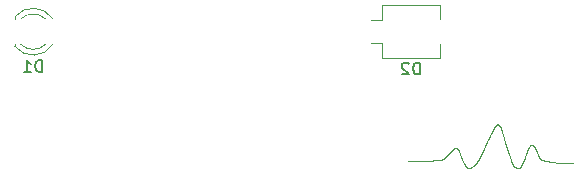
<source format=gbr>
%TF.GenerationSoftware,KiCad,Pcbnew,9.0.1*%
%TF.CreationDate,2025-10-23T13:46:40-06:00*%
%TF.ProjectId,lasertagpcb,6c617365-7274-4616-9770-63622e6b6963,rev?*%
%TF.SameCoordinates,Original*%
%TF.FileFunction,Legend,Bot*%
%TF.FilePolarity,Positive*%
%FSLAX46Y46*%
G04 Gerber Fmt 4.6, Leading zero omitted, Abs format (unit mm)*
G04 Created by KiCad (PCBNEW 9.0.1) date 2025-10-23 13:46:40*
%MOMM*%
%LPD*%
G01*
G04 APERTURE LIST*
%ADD10C,0.100000*%
%ADD11C,0.150000*%
%ADD12C,0.120000*%
G04 APERTURE END LIST*
D10*
X160970000Y-81250000D02*
X160973141Y-81243467D01*
X160976286Y-81236974D01*
X160979398Y-81230594D01*
X160982514Y-81224254D01*
X160985597Y-81218025D01*
X160988683Y-81211835D01*
X160991737Y-81205755D01*
X160994794Y-81199713D01*
X160997819Y-81193779D01*
X161000848Y-81187883D01*
X161003845Y-81182092D01*
X161006844Y-81176340D01*
X161009813Y-81170690D01*
X161012785Y-81165079D01*
X161015726Y-81159568D01*
X161018669Y-81154096D01*
X161021582Y-81148722D01*
X161024498Y-81143385D01*
X161027384Y-81138146D01*
X161030272Y-81132944D01*
X161033130Y-81127836D01*
X161035991Y-81122766D01*
X161038822Y-81117789D01*
X161041656Y-81112848D01*
X161044461Y-81107998D01*
X161047268Y-81103185D01*
X161050046Y-81098461D01*
X161052826Y-81093773D01*
X161055578Y-81089173D01*
X161058332Y-81084608D01*
X161061058Y-81080129D01*
X161063785Y-81075685D01*
X161066485Y-81071325D01*
X161069187Y-81067000D01*
X161071861Y-81062757D01*
X161074537Y-81058549D01*
X161077186Y-81054421D01*
X161079836Y-81050328D01*
X161082460Y-81046313D01*
X161085085Y-81042333D01*
X161087684Y-81038429D01*
X161090284Y-81034560D01*
X161092858Y-81030765D01*
X161095434Y-81027004D01*
X161097983Y-81023317D01*
X161100534Y-81019663D01*
X161103059Y-81016081D01*
X161105585Y-81012532D01*
X161108086Y-81009053D01*
X161110589Y-81005607D01*
X161113066Y-81002230D01*
X161115545Y-80998885D01*
X161117998Y-80995607D01*
X161120453Y-80992361D01*
X161122884Y-80989181D01*
X161125315Y-80986032D01*
X161127722Y-80982948D01*
X161130131Y-80979895D01*
X161132515Y-80976905D01*
X161134900Y-80973946D01*
X161137262Y-80971048D01*
X161139625Y-80968181D01*
X161141964Y-80965374D01*
X161144304Y-80962597D01*
X161146621Y-80959878D01*
X161148940Y-80957190D01*
X161151235Y-80954558D01*
X161153531Y-80951957D01*
X161155805Y-80949411D01*
X161158079Y-80946894D01*
X161160331Y-80944432D01*
X161162585Y-80941999D01*
X161164816Y-80939619D01*
X161167048Y-80937267D01*
X161169258Y-80934968D01*
X161171469Y-80932697D01*
X161173659Y-80930476D01*
X161175849Y-80928283D01*
X161178019Y-80926140D01*
X161180189Y-80924024D01*
X161182338Y-80921957D01*
X161184488Y-80919917D01*
X161186618Y-80917924D01*
X161188748Y-80915958D01*
X161190858Y-80914037D01*
X161192969Y-80912143D01*
X161195060Y-80910294D01*
X161197152Y-80908472D01*
X161199224Y-80906692D01*
X161201297Y-80904939D01*
X161203350Y-80903229D01*
X161205405Y-80901544D01*
X161207440Y-80899900D01*
X161209476Y-80898282D01*
X161211493Y-80896704D01*
X161213511Y-80895151D01*
X161215511Y-80893637D01*
X161217511Y-80892149D01*
X161219494Y-80890698D01*
X161221477Y-80889272D01*
X161223443Y-80887883D01*
X161225409Y-80886519D01*
X161227358Y-80885191D01*
X161229307Y-80883887D01*
X161231240Y-80882618D01*
X161233173Y-80881373D01*
X161235090Y-80880162D01*
X161237008Y-80878975D01*
X161238909Y-80877821D01*
X161240811Y-80876690D01*
X161242697Y-80875592D01*
X161244584Y-80874517D01*
X161246455Y-80873474D01*
X161248327Y-80872453D01*
X161250184Y-80871464D01*
X161252041Y-80870497D01*
X161253885Y-80869560D01*
X161255728Y-80868645D01*
X161257558Y-80867760D01*
X161259387Y-80866897D01*
X161261204Y-80866062D01*
X161263020Y-80865250D01*
X161264824Y-80864465D01*
X161266628Y-80863702D01*
X161268419Y-80862966D01*
X161270210Y-80862252D01*
X161271990Y-80861564D01*
X161273769Y-80860897D01*
X161275537Y-80860257D01*
X161277305Y-80859637D01*
X161279062Y-80859043D01*
X161280819Y-80858470D01*
X161282565Y-80857921D01*
X161284311Y-80857394D01*
X161286047Y-80856890D01*
X161287784Y-80856408D01*
X161289510Y-80855949D01*
X161291237Y-80855510D01*
X161292954Y-80855095D01*
X161294671Y-80854700D01*
X161296380Y-80854328D01*
X161298088Y-80853977D01*
X161299788Y-80853647D01*
X161301489Y-80853338D01*
X161303181Y-80853051D01*
X161304874Y-80852784D01*
X161306559Y-80852539D01*
X161308244Y-80852314D01*
X161309922Y-80852110D01*
X161311601Y-80851926D01*
X161313273Y-80851763D01*
X161314945Y-80851620D01*
X161316611Y-80851498D01*
X161318277Y-80851396D01*
X161319938Y-80851314D01*
X161321599Y-80851252D01*
X161323255Y-80851211D01*
X161324911Y-80851190D01*
X161326563Y-80851188D01*
X161328214Y-80851207D01*
X161329862Y-80851246D01*
X161331510Y-80851305D01*
X161333154Y-80851383D01*
X161334799Y-80851482D01*
X161336441Y-80851601D01*
X161338082Y-80851740D01*
X161339721Y-80851898D01*
X161341361Y-80852077D01*
X161342998Y-80852276D01*
X161344635Y-80852495D01*
X161346271Y-80852734D01*
X161347907Y-80852993D01*
X161349542Y-80853272D01*
X161351177Y-80853572D01*
X161352811Y-80853891D01*
X161354445Y-80854232D01*
X161356080Y-80854592D01*
X161357714Y-80854974D01*
X161359349Y-80855376D01*
X161360984Y-80855798D01*
X161364255Y-80856706D01*
X161367529Y-80857697D01*
X161370806Y-80858773D01*
X161374088Y-80859936D01*
X161377375Y-80861185D01*
X161380667Y-80862522D01*
X161383967Y-80863949D01*
X161387274Y-80865466D01*
X161390589Y-80867076D01*
X161393913Y-80868779D01*
X161397246Y-80870577D01*
X161400590Y-80872472D01*
X161403944Y-80874466D01*
X161407310Y-80876559D01*
X161410689Y-80878755D01*
X161414079Y-80881055D01*
X161417484Y-80883461D01*
X161420901Y-80885976D01*
X161424333Y-80888600D01*
X161427780Y-80891337D01*
X161431242Y-80894188D01*
X161434719Y-80897157D01*
X161438213Y-80900244D01*
X161441723Y-80903454D01*
X161445249Y-80906788D01*
X161448793Y-80910248D01*
X161452354Y-80913838D01*
X161455933Y-80917560D01*
X161459529Y-80921417D01*
X161463144Y-80925411D01*
X161466778Y-80929546D01*
X161470430Y-80933823D01*
X161474101Y-80938247D01*
X161477791Y-80942819D01*
X161481501Y-80947544D01*
X161485229Y-80952423D01*
X161488978Y-80957461D01*
X161492746Y-80962659D01*
X161496534Y-80968022D01*
X161500342Y-80973553D01*
X161504169Y-80979254D01*
X161508017Y-80985130D01*
X161511885Y-80991183D01*
X161515773Y-80997416D01*
X161519681Y-81003835D01*
X161523609Y-81010440D01*
X161527558Y-81017237D01*
X161531526Y-81024229D01*
X161535515Y-81031420D01*
X161539523Y-81038812D01*
X161543552Y-81046410D01*
X161547601Y-81054217D01*
X161551669Y-81062237D01*
X161555758Y-81070475D01*
X161559866Y-81078933D01*
X161563994Y-81087615D01*
X161568141Y-81096526D01*
X161572308Y-81105670D01*
X161576494Y-81115049D01*
X161580699Y-81124669D01*
X161584923Y-81134534D01*
X161589167Y-81144647D01*
X161593429Y-81155012D01*
X161597709Y-81165634D01*
X161602008Y-81176517D01*
X161606326Y-81187666D01*
X161610661Y-81199083D01*
X161615014Y-81210774D01*
X161619385Y-81222744D01*
X161623773Y-81234995D01*
X161628179Y-81247533D01*
X161632602Y-81260363D01*
X161637041Y-81273488D01*
X161641498Y-81286913D01*
X161645970Y-81300643D01*
X161650459Y-81314683D01*
X161654964Y-81329036D01*
X161659484Y-81343707D01*
X161664020Y-81358702D01*
X161668571Y-81374024D01*
X161673137Y-81389679D01*
X161677717Y-81405672D01*
X161682312Y-81422007D01*
X161686921Y-81438688D01*
X161690000Y-81450000D01*
X162810000Y-84480000D02*
X162813468Y-84482069D01*
X162816926Y-84484109D01*
X162820345Y-84486102D01*
X162823753Y-84488066D01*
X162827125Y-84489986D01*
X162830486Y-84491877D01*
X162833811Y-84493724D01*
X162837126Y-84495543D01*
X162840406Y-84497319D01*
X162843676Y-84499068D01*
X162846912Y-84500776D01*
X162850138Y-84502455D01*
X162853331Y-84504095D01*
X162856515Y-84505708D01*
X162859667Y-84507282D01*
X162862810Y-84508829D01*
X162865921Y-84510338D01*
X162869024Y-84511820D01*
X162872096Y-84513266D01*
X162875159Y-84514686D01*
X162878193Y-84516070D01*
X162881218Y-84517427D01*
X162884215Y-84518750D01*
X162887204Y-84520048D01*
X162890164Y-84521311D01*
X162893117Y-84522550D01*
X162896042Y-84523755D01*
X162898960Y-84524935D01*
X162901851Y-84526083D01*
X162904735Y-84527207D01*
X162907593Y-84528298D01*
X162910444Y-84529366D01*
X162913270Y-84530403D01*
X162916089Y-84531416D01*
X162918883Y-84532399D01*
X162921671Y-84533358D01*
X162924435Y-84534288D01*
X162927192Y-84535195D01*
X162929927Y-84536073D01*
X162932655Y-84536928D01*
X162935361Y-84537755D01*
X162938061Y-84538559D01*
X162940739Y-84539335D01*
X162943411Y-84540089D01*
X162946062Y-84540817D01*
X162948707Y-84541522D01*
X162951332Y-84542201D01*
X162953951Y-84542857D01*
X162956551Y-84543488D01*
X162959145Y-84544097D01*
X162961720Y-84544682D01*
X162964290Y-84545244D01*
X162966841Y-84545782D01*
X162969387Y-84546298D01*
X162971916Y-84546790D01*
X162974439Y-84547261D01*
X162976945Y-84547708D01*
X162979446Y-84548134D01*
X162981931Y-84548537D01*
X162984411Y-84548919D01*
X162986875Y-84549278D01*
X162989334Y-84549616D01*
X162991778Y-84549932D01*
X162994218Y-84550227D01*
X162996642Y-84550500D01*
X162999062Y-84550752D01*
X163001469Y-84550983D01*
X163003870Y-84551193D01*
X163006259Y-84551382D01*
X163008643Y-84551551D01*
X163011014Y-84551698D01*
X163013381Y-84551826D01*
X163015736Y-84551932D01*
X163018086Y-84552019D01*
X163020425Y-84552085D01*
X163022760Y-84552130D01*
X163025084Y-84552156D01*
X163027404Y-84552161D01*
X163029713Y-84552147D01*
X163032019Y-84552112D01*
X163034314Y-84552058D01*
X163036606Y-84551983D01*
X163038889Y-84551889D01*
X163041167Y-84551775D01*
X163043437Y-84551641D01*
X163045703Y-84551488D01*
X163047961Y-84551315D01*
X163050216Y-84551122D01*
X163052462Y-84550910D01*
X163054705Y-84550678D01*
X163056942Y-84550427D01*
X163059174Y-84550156D01*
X163061400Y-84549866D01*
X163063623Y-84549555D01*
X163065840Y-84549226D01*
X163068053Y-84548877D01*
X163070261Y-84548508D01*
X163072465Y-84548120D01*
X163074665Y-84547712D01*
X163076861Y-84547284D01*
X163079053Y-84546837D01*
X163081241Y-84546371D01*
X163085608Y-84545378D01*
X163089961Y-84544306D01*
X163094303Y-84543155D01*
X163098634Y-84541924D01*
X163102955Y-84540612D01*
X163107267Y-84539219D01*
X163111573Y-84537745D01*
X163115871Y-84536188D01*
X163120164Y-84534548D01*
X163124453Y-84532824D01*
X163128739Y-84531015D01*
X163133022Y-84529120D01*
X163137304Y-84527138D01*
X163141585Y-84525067D01*
X163145868Y-84522908D01*
X163150151Y-84520658D01*
X163154437Y-84518316D01*
X163158727Y-84515882D01*
X163163021Y-84513352D01*
X163167321Y-84510726D01*
X163171627Y-84508003D01*
X163175940Y-84505180D01*
X163180260Y-84502256D01*
X163184590Y-84499229D01*
X163188930Y-84496098D01*
X163193281Y-84492860D01*
X163197643Y-84489513D01*
X163202018Y-84486056D01*
X163206406Y-84482486D01*
X163210808Y-84478802D01*
X163215226Y-84474999D01*
X163219659Y-84471078D01*
X163224110Y-84467034D01*
X163228578Y-84462866D01*
X163233065Y-84458571D01*
X163237571Y-84454146D01*
X163242098Y-84449589D01*
X163246646Y-84444897D01*
X163251216Y-84440066D01*
X163255809Y-84435095D01*
X163260427Y-84429979D01*
X163265069Y-84424716D01*
X163269737Y-84419302D01*
X163274433Y-84413734D01*
X163279156Y-84408009D01*
X163283908Y-84402122D01*
X163288690Y-84396071D01*
X163293503Y-84389852D01*
X163298348Y-84383460D01*
X163303226Y-84376892D01*
X163308138Y-84370143D01*
X163313085Y-84363209D01*
X163318069Y-84356087D01*
X163323091Y-84348770D01*
X163328152Y-84341255D01*
X163333253Y-84333536D01*
X163338396Y-84325609D01*
X163343582Y-84317469D01*
X163348812Y-84309109D01*
X163354088Y-84300525D01*
X163359411Y-84291711D01*
X163364784Y-84282661D01*
X163370207Y-84273368D01*
X163375682Y-84263827D01*
X163381212Y-84254030D01*
X163386797Y-84243971D01*
X163392441Y-84233643D01*
X163398144Y-84223038D01*
X163403909Y-84212149D01*
X163409739Y-84200966D01*
X163415635Y-84189483D01*
X163421600Y-84177690D01*
X163427636Y-84165579D01*
X163433747Y-84153139D01*
X163439934Y-84140360D01*
X163446202Y-84127233D01*
X163452552Y-84113746D01*
X163458989Y-84099888D01*
X163465515Y-84085646D01*
X163472135Y-84071008D01*
X163478852Y-84055961D01*
X163485671Y-84040491D01*
X163492595Y-84024581D01*
X163499630Y-84008218D01*
X163506780Y-83991384D01*
X163514050Y-83974061D01*
X163521447Y-83956231D01*
X163528976Y-83937873D01*
X163536643Y-83918966D01*
X163544457Y-83899488D01*
X163552423Y-83879412D01*
X163560550Y-83858714D01*
X163568847Y-83837365D01*
X163577324Y-83815333D01*
X163585990Y-83792587D01*
X163594857Y-83769088D01*
X163603937Y-83744798D01*
X163613244Y-83719674D01*
X163622792Y-83693668D01*
X163632598Y-83666728D01*
X163642681Y-83638795D01*
X163653061Y-83609804D01*
X163663761Y-83579682D01*
X163674808Y-83548347D01*
X163686230Y-83515704D01*
X163698064Y-83481648D01*
X163710348Y-83446052D01*
X163723129Y-83408772D01*
X163736463Y-83369634D01*
X163750417Y-83328432D01*
X163760000Y-83300000D01*
X156750000Y-83780000D02*
X156761239Y-83771192D01*
X156772501Y-83762265D01*
X156783790Y-83753215D01*
X156795106Y-83744041D01*
X156806451Y-83734741D01*
X156817828Y-83725312D01*
X156829239Y-83715753D01*
X156840685Y-83706059D01*
X156852170Y-83696229D01*
X156863696Y-83686259D01*
X156875266Y-83676146D01*
X156886883Y-83665886D01*
X156898550Y-83655476D01*
X156910271Y-83644911D01*
X156922050Y-83634188D01*
X156933890Y-83623300D01*
X156945798Y-83612244D01*
X156957778Y-83601012D01*
X156969835Y-83589598D01*
X156981977Y-83577997D01*
X156994209Y-83566198D01*
X157006540Y-83554195D01*
X157018978Y-83541976D01*
X157031535Y-83529530D01*
X157044220Y-83516846D01*
X157057047Y-83503908D01*
X157070030Y-83490700D01*
X157083188Y-83477202D01*
X157096540Y-83463391D01*
X157110112Y-83449241D01*
X157123932Y-83434718D01*
X157138036Y-83419783D01*
X157152468Y-83404386D01*
X157167287Y-83388462D01*
X157182565Y-83371930D01*
X157198403Y-83354678D01*
X157214941Y-83336549D01*
X157232388Y-83317310D01*
X157251080Y-83296585D01*
X157271621Y-83273697D01*
X157295343Y-83247159D01*
X157322965Y-83216176D01*
X157339966Y-83197103D01*
X157356734Y-83178313D01*
X157373275Y-83159824D01*
X157389592Y-83141655D01*
X157405692Y-83123823D01*
X157413661Y-83115039D01*
X157421577Y-83106347D01*
X157429440Y-83097748D01*
X157437252Y-83089245D01*
X157445013Y-83080840D01*
X157452723Y-83072535D01*
X157460383Y-83064332D01*
X157467993Y-83056235D01*
X157475554Y-83048244D01*
X157483067Y-83040363D01*
X157490531Y-83032593D01*
X157497949Y-83024937D01*
X157505319Y-83017396D01*
X157512644Y-83009975D01*
X157519922Y-83002673D01*
X157527156Y-82995495D01*
X157534345Y-82988442D01*
X157541490Y-82981516D01*
X157548592Y-82974719D01*
X157555651Y-82968055D01*
X157562667Y-82961525D01*
X157569642Y-82955131D01*
X157576575Y-82948875D01*
X157583468Y-82942761D01*
X157586900Y-82939757D01*
X157590321Y-82936790D01*
X157593733Y-82933858D01*
X157597134Y-82930964D01*
X157600526Y-82928106D01*
X157603909Y-82925285D01*
X157607281Y-82922502D01*
X157610645Y-82919757D01*
X157613998Y-82917050D01*
X157617343Y-82914381D01*
X157620678Y-82911751D01*
X157624004Y-82909160D01*
X157627320Y-82906607D01*
X157630628Y-82904095D01*
X157633926Y-82901622D01*
X157637216Y-82899189D01*
X157640496Y-82896796D01*
X157643768Y-82894444D01*
X157647031Y-82892133D01*
X157650286Y-82889863D01*
X157653531Y-82887635D01*
X157656768Y-82885448D01*
X157659997Y-82883303D01*
X157663217Y-82881200D01*
X157666429Y-82879141D01*
X157669633Y-82877123D01*
X157672829Y-82875149D01*
X157676016Y-82873219D01*
X157679195Y-82871332D01*
X157682367Y-82869489D01*
X157685530Y-82867691D01*
X157688686Y-82865936D01*
X157691833Y-82864227D01*
X157694973Y-82862563D01*
X157698106Y-82860944D01*
X157701231Y-82859371D01*
X157704348Y-82857844D01*
X157707458Y-82856363D01*
X157710561Y-82854929D01*
X157713656Y-82853542D01*
X157716744Y-82852201D01*
X157719825Y-82850908D01*
X157722899Y-82849663D01*
X157725966Y-82848465D01*
X157729026Y-82847316D01*
X157732079Y-82846215D01*
X157735125Y-82845163D01*
X157738164Y-82844160D01*
X157741197Y-82843207D01*
X157744224Y-82842303D01*
X157747243Y-82841449D01*
X157750257Y-82840645D01*
X157753264Y-82839892D01*
X157756264Y-82839189D01*
X157759259Y-82838538D01*
X157762247Y-82837937D01*
X157765229Y-82837389D01*
X157768205Y-82836892D01*
X157771175Y-82836448D01*
X157774139Y-82836056D01*
X157777098Y-82835716D01*
X157780050Y-82835430D01*
X157782997Y-82835197D01*
X157785939Y-82835018D01*
X157788875Y-82834892D01*
X157791805Y-82834821D01*
X157794730Y-82834804D01*
X157797650Y-82834841D01*
X157800564Y-82834934D01*
X157803473Y-82835082D01*
X157806378Y-82835286D01*
X157809277Y-82835545D01*
X157812171Y-82835861D01*
X157815060Y-82836233D01*
X157817944Y-82836661D01*
X157820824Y-82837147D01*
X157823699Y-82837690D01*
X157826569Y-82838290D01*
X157829435Y-82838949D01*
X157832296Y-82839665D01*
X157835153Y-82840440D01*
X157838005Y-82841273D01*
X157840853Y-82842166D01*
X157843697Y-82843117D01*
X157846537Y-82844128D01*
X157849373Y-82845199D01*
X157852204Y-82846330D01*
X157855032Y-82847522D01*
X157857856Y-82848774D01*
X157860676Y-82850087D01*
X157863493Y-82851461D01*
X157866306Y-82852896D01*
X157869115Y-82854394D01*
X157871921Y-82855953D01*
X157874723Y-82857575D01*
X157877522Y-82859260D01*
X157880317Y-82861007D01*
X157883110Y-82862818D01*
X157885899Y-82864692D01*
X157888685Y-82866629D01*
X157891468Y-82868631D01*
X157894249Y-82870697D01*
X157897026Y-82872828D01*
X157899800Y-82875024D01*
X157902572Y-82877284D01*
X157905341Y-82879611D01*
X157908108Y-82882003D01*
X157910872Y-82884461D01*
X157913633Y-82886985D01*
X157916392Y-82889576D01*
X157919149Y-82892234D01*
X157921904Y-82894958D01*
X157924656Y-82897751D01*
X157927406Y-82900611D01*
X157930155Y-82903539D01*
X157932901Y-82906535D01*
X157935645Y-82909600D01*
X157938388Y-82912733D01*
X157941129Y-82915936D01*
X157943868Y-82919208D01*
X157946605Y-82922550D01*
X157949341Y-82925962D01*
X157952076Y-82929444D01*
X157954809Y-82932997D01*
X157957540Y-82936620D01*
X157960271Y-82940315D01*
X157963000Y-82944081D01*
X157965728Y-82947918D01*
X157968455Y-82951828D01*
X157971181Y-82955810D01*
X157973906Y-82959864D01*
X157976631Y-82963991D01*
X157979354Y-82968191D01*
X157982077Y-82972465D01*
X157984799Y-82976812D01*
X157987521Y-82981233D01*
X157990242Y-82985728D01*
X157992963Y-82990298D01*
X157995683Y-82994942D01*
X157998403Y-82999662D01*
X158001123Y-83004457D01*
X158003843Y-83009327D01*
X158006562Y-83014274D01*
X158009282Y-83019296D01*
X158012002Y-83024396D01*
X158014721Y-83029571D01*
X158017441Y-83034824D01*
X158020162Y-83040154D01*
X158022882Y-83045562D01*
X158025603Y-83051048D01*
X158028325Y-83056612D01*
X158031047Y-83062254D01*
X158033770Y-83067975D01*
X158036493Y-83073775D01*
X158039217Y-83079654D01*
X158041942Y-83085613D01*
X158044668Y-83091652D01*
X158047395Y-83097770D01*
X158050123Y-83103970D01*
X158052852Y-83110250D01*
X158055582Y-83116611D01*
X158058313Y-83123053D01*
X158061046Y-83129576D01*
X158063780Y-83136182D01*
X158066516Y-83142870D01*
X158069253Y-83149640D01*
X158071992Y-83156493D01*
X158074732Y-83163428D01*
X158077474Y-83170447D01*
X158080218Y-83177550D01*
X158082964Y-83184736D01*
X158085712Y-83192007D01*
X158088462Y-83199361D01*
X158091214Y-83206801D01*
X158093968Y-83214325D01*
X158096724Y-83221935D01*
X158099483Y-83229630D01*
X158102244Y-83237411D01*
X158105007Y-83245278D01*
X158107773Y-83253231D01*
X158110542Y-83261271D01*
X158113313Y-83269398D01*
X158116087Y-83277612D01*
X158118864Y-83285913D01*
X158121643Y-83294303D01*
X158124426Y-83302780D01*
X158127211Y-83311346D01*
X158130000Y-83320000D01*
X162220000Y-83200000D02*
X162224793Y-83211505D01*
X162229524Y-83222910D01*
X162238841Y-83245529D01*
X162247955Y-83267863D01*
X162256870Y-83289916D01*
X162265588Y-83311694D01*
X162274113Y-83333203D01*
X162282449Y-83354449D01*
X162290599Y-83375438D01*
X162298568Y-83396176D01*
X162306357Y-83416669D01*
X162313973Y-83436926D01*
X162321418Y-83456954D01*
X162328696Y-83476759D01*
X162335812Y-83496351D01*
X162342770Y-83515739D01*
X162349575Y-83534932D01*
X162356230Y-83553941D01*
X162362742Y-83572777D01*
X162369116Y-83591452D01*
X162375356Y-83609982D01*
X162381470Y-83628382D01*
X162387465Y-83646670D01*
X162393347Y-83664866D01*
X162399124Y-83682994D01*
X162404808Y-83701084D01*
X162410409Y-83719170D01*
X162415939Y-83737294D01*
X162421417Y-83755510D01*
X162426863Y-83773886D01*
X162432303Y-83792517D01*
X162437776Y-83811533D01*
X162443336Y-83831130D01*
X162449073Y-83851621D01*
X162455144Y-83873581D01*
X162461902Y-83898293D01*
X162469113Y-83924845D01*
X162474932Y-83946279D01*
X162480567Y-83966904D01*
X162483330Y-83976930D01*
X162486066Y-83986775D01*
X162488781Y-83996445D01*
X162491481Y-84005946D01*
X162494172Y-84015286D01*
X162496860Y-84024472D01*
X162499551Y-84033510D01*
X162502253Y-84042407D01*
X162504970Y-84051170D01*
X162507709Y-84059806D01*
X162510477Y-84068322D01*
X162513279Y-84076724D01*
X162516122Y-84085019D01*
X162519012Y-84093214D01*
X162520477Y-84097277D01*
X162521955Y-84101316D01*
X162523449Y-84105335D01*
X162524958Y-84109332D01*
X162526483Y-84113310D01*
X162528026Y-84117268D01*
X162529586Y-84121209D01*
X162531165Y-84125132D01*
X162532764Y-84129039D01*
X162534383Y-84132930D01*
X162536023Y-84136806D01*
X162537685Y-84140668D01*
X162539369Y-84144517D01*
X162541077Y-84148354D01*
X162542809Y-84152180D01*
X162544566Y-84155995D01*
X162546348Y-84159801D01*
X162548157Y-84163598D01*
X162549994Y-84167386D01*
X162551858Y-84171168D01*
X162553751Y-84174943D01*
X162555674Y-84178713D01*
X162557627Y-84182479D01*
X162559611Y-84186241D01*
X162561627Y-84190000D01*
X162563676Y-84193756D01*
X162565758Y-84197512D01*
X162567874Y-84201268D01*
X162570026Y-84205024D01*
X162572213Y-84208781D01*
X162574436Y-84212541D01*
X162576697Y-84216304D01*
X162578997Y-84220071D01*
X162581335Y-84223842D01*
X162583712Y-84227620D01*
X162586130Y-84231404D01*
X162588590Y-84235195D01*
X162591091Y-84238994D01*
X162593635Y-84242803D01*
X162596223Y-84246621D01*
X162598854Y-84250451D01*
X162601531Y-84254292D01*
X162604254Y-84258145D01*
X162607024Y-84262012D01*
X162609841Y-84265893D01*
X162612706Y-84269789D01*
X162615620Y-84273700D01*
X162618583Y-84277629D01*
X162621598Y-84281575D01*
X162624663Y-84285540D01*
X162627781Y-84289524D01*
X162630951Y-84293528D01*
X162634175Y-84297553D01*
X162637454Y-84301600D01*
X162640787Y-84305670D01*
X162644177Y-84309763D01*
X162647623Y-84313881D01*
X162651127Y-84318024D01*
X162654689Y-84322193D01*
X162658310Y-84326389D01*
X162661991Y-84330613D01*
X162665733Y-84334865D01*
X162669535Y-84339147D01*
X162673400Y-84343460D01*
X162677328Y-84347804D01*
X162681320Y-84352179D01*
X162685376Y-84356588D01*
X162689497Y-84361031D01*
X162693685Y-84365508D01*
X162697939Y-84370020D01*
X162702261Y-84374569D01*
X162706651Y-84379155D01*
X162711110Y-84383779D01*
X162715639Y-84388443D01*
X162720239Y-84393145D01*
X162724910Y-84397889D01*
X162729654Y-84402674D01*
X162734470Y-84407501D01*
X162739360Y-84412371D01*
X162744325Y-84417285D01*
X162749365Y-84422245D01*
X162754481Y-84427250D01*
X162759674Y-84432301D01*
X162764945Y-84437400D01*
X162775723Y-84447743D01*
X162786820Y-84458287D01*
X162798244Y-84469037D01*
X162810000Y-84480000D01*
X159020000Y-84540000D02*
X159031421Y-84532958D01*
X159042968Y-84525801D01*
X159051001Y-84520794D01*
X159059094Y-84515721D01*
X159066102Y-84511304D01*
X159073154Y-84506832D01*
X159079580Y-84502732D01*
X159086042Y-84498584D01*
X159092077Y-84494685D01*
X159098143Y-84490741D01*
X159103891Y-84486978D01*
X159109666Y-84483173D01*
X159115193Y-84479506D01*
X159120745Y-84475798D01*
X159126094Y-84472201D01*
X159131467Y-84468563D01*
X159136670Y-84465014D01*
X159141896Y-84461426D01*
X159146978Y-84457912D01*
X159152080Y-84454358D01*
X159157058Y-84450866D01*
X159162055Y-84447335D01*
X159166944Y-84443856D01*
X159171851Y-84440339D01*
X159176663Y-84436866D01*
X159181492Y-84433354D01*
X159186236Y-84429880D01*
X159190996Y-84426368D01*
X159195680Y-84422887D01*
X159200380Y-84419369D01*
X159205011Y-84415877D01*
X159209657Y-84412348D01*
X159214242Y-84408841D01*
X159218840Y-84405296D01*
X159223383Y-84401771D01*
X159227939Y-84398208D01*
X159232444Y-84394660D01*
X159236962Y-84391075D01*
X159241433Y-84387502D01*
X159245918Y-84383893D01*
X159250359Y-84380292D01*
X159254813Y-84376655D01*
X159259226Y-84373025D01*
X159263653Y-84369358D01*
X159268042Y-84365695D01*
X159272444Y-84361996D01*
X159276812Y-84358299D01*
X159281192Y-84354565D01*
X159285540Y-84350832D01*
X159289900Y-84347062D01*
X159294230Y-84343291D01*
X159298572Y-84339482D01*
X159302887Y-84335671D01*
X159307213Y-84331823D01*
X159311514Y-84327971D01*
X159315826Y-84324081D01*
X159320114Y-84320185D01*
X159324414Y-84316253D01*
X159328691Y-84312312D01*
X159332980Y-84308335D01*
X159337248Y-84304349D01*
X159341526Y-84300325D01*
X159345786Y-84296292D01*
X159350056Y-84292221D01*
X159354308Y-84288138D01*
X159358571Y-84284018D01*
X159362818Y-84279886D01*
X159367074Y-84275716D01*
X159371315Y-84271532D01*
X159375567Y-84267311D01*
X159379804Y-84263075D01*
X159384051Y-84258800D01*
X159388285Y-84254511D01*
X159392529Y-84250182D01*
X159396761Y-84245837D01*
X159401002Y-84241454D01*
X159405232Y-84237053D01*
X159409472Y-84232613D01*
X159413701Y-84228155D01*
X159417940Y-84223658D01*
X159422169Y-84219141D01*
X159426407Y-84214585D01*
X159430637Y-84210009D01*
X159434876Y-84205393D01*
X159439107Y-84200757D01*
X159443347Y-84196080D01*
X159447579Y-84191382D01*
X159451821Y-84186643D01*
X159456056Y-84181882D01*
X159460300Y-84177081D01*
X159464538Y-84172256D01*
X159468785Y-84167390D01*
X159473027Y-84162500D01*
X159477277Y-84157569D01*
X159481522Y-84152613D01*
X159485777Y-84147616D01*
X159490026Y-84142593D01*
X159494285Y-84137528D01*
X159498540Y-84132437D01*
X159502803Y-84127304D01*
X159507063Y-84122144D01*
X159511332Y-84116941D01*
X159515598Y-84111711D01*
X159519872Y-84106438D01*
X159524144Y-84101136D01*
X159528425Y-84095791D01*
X159532703Y-84090417D01*
X159536990Y-84085000D01*
X159541276Y-84079553D01*
X159545569Y-84074062D01*
X159549862Y-84068540D01*
X159554163Y-84062975D01*
X159558464Y-84057378D01*
X159562772Y-84051737D01*
X159567081Y-84046063D01*
X159571397Y-84040345D01*
X159575714Y-84034594D01*
X159580039Y-84028799D01*
X159584364Y-84022969D01*
X159588698Y-84017095D01*
X159593032Y-84011186D01*
X159597374Y-84005231D01*
X159601717Y-83999242D01*
X159606069Y-83993206D01*
X159610422Y-83987135D01*
X159614783Y-83981018D01*
X159619145Y-83974864D01*
X159623516Y-83968664D01*
X159627888Y-83962426D01*
X159632269Y-83956142D01*
X159636652Y-83949819D01*
X159641043Y-83943450D01*
X159645436Y-83937042D01*
X159649838Y-83930586D01*
X159654242Y-83924091D01*
X159658654Y-83917549D01*
X159663069Y-83910966D01*
X159667492Y-83904335D01*
X159671918Y-83897663D01*
X159676353Y-83890942D01*
X159680790Y-83884180D01*
X159685236Y-83877370D01*
X159689685Y-83870517D01*
X159694143Y-83863614D01*
X159698604Y-83856669D01*
X159703073Y-83849674D01*
X159707546Y-83842636D01*
X159712028Y-83835548D01*
X159716513Y-83828415D01*
X159721007Y-83821232D01*
X159725505Y-83814004D01*
X159730011Y-83806725D01*
X159734521Y-83799401D01*
X159739040Y-83792025D01*
X159743563Y-83784603D01*
X159748095Y-83777130D01*
X159752631Y-83769609D01*
X159757175Y-83762037D01*
X159761725Y-83754416D01*
X159766282Y-83746744D01*
X159770845Y-83739022D01*
X159775416Y-83731249D01*
X159779992Y-83723426D01*
X159784577Y-83715549D01*
X159789167Y-83707623D01*
X159793765Y-83699644D01*
X159798369Y-83691614D01*
X159802980Y-83683529D01*
X159807598Y-83675394D01*
X159812224Y-83667204D01*
X159816856Y-83658963D01*
X159821496Y-83650666D01*
X159826142Y-83642317D01*
X159830796Y-83633912D01*
X159835456Y-83625455D01*
X159840125Y-83616941D01*
X159844800Y-83608374D01*
X159849483Y-83599750D01*
X159854173Y-83591072D01*
X159858870Y-83582337D01*
X159863575Y-83573546D01*
X159868287Y-83564699D01*
X159873007Y-83555796D01*
X159877734Y-83546835D01*
X159882469Y-83537817D01*
X159887211Y-83528741D01*
X159891961Y-83519608D01*
X159896719Y-83510416D01*
X159901484Y-83501167D01*
X159906257Y-83491858D01*
X159911037Y-83482490D01*
X159915826Y-83473064D01*
X159920622Y-83463577D01*
X159925426Y-83454031D01*
X159930237Y-83444424D01*
X159935057Y-83434758D01*
X159939885Y-83425030D01*
X159944720Y-83415241D01*
X159949563Y-83405391D01*
X159954414Y-83395479D01*
X159959274Y-83385505D01*
X159964141Y-83375470D01*
X159969016Y-83365371D01*
X159973900Y-83355210D01*
X159978791Y-83344985D01*
X159983691Y-83334698D01*
X159988599Y-83324346D01*
X159993514Y-83313931D01*
X159998439Y-83303450D01*
X160003371Y-83292907D01*
X160008312Y-83282296D01*
X160013260Y-83271622D01*
X160018218Y-83260881D01*
X160023183Y-83250076D01*
X160028157Y-83239203D01*
X160033139Y-83228265D01*
X160038130Y-83217258D01*
X160043128Y-83206187D01*
X160048136Y-83195046D01*
X160053151Y-83183839D01*
X160058176Y-83172562D01*
X160063208Y-83161219D01*
X160068250Y-83149805D01*
X160073300Y-83138325D01*
X160078358Y-83126773D01*
X160083425Y-83115154D01*
X160090000Y-83100000D01*
X164620000Y-83140000D02*
X164634637Y-83173159D01*
X164650396Y-83209045D01*
X164668299Y-83249987D01*
X164685076Y-83288448D01*
X164704312Y-83332539D01*
X164713601Y-83353775D01*
X164722686Y-83374481D01*
X164731580Y-83394664D01*
X164740296Y-83414331D01*
X164748846Y-83433492D01*
X164757243Y-83452152D01*
X164761388Y-83461297D01*
X164765500Y-83470319D01*
X164769579Y-83479221D01*
X164773628Y-83488002D01*
X164777648Y-83496663D01*
X164781641Y-83505206D01*
X164785608Y-83513632D01*
X164789551Y-83521941D01*
X164793472Y-83530134D01*
X164797371Y-83538213D01*
X164801251Y-83546177D01*
X164805113Y-83554029D01*
X164808958Y-83561769D01*
X164812789Y-83569398D01*
X164816607Y-83576917D01*
X164820412Y-83584327D01*
X164824208Y-83591629D01*
X164827996Y-83598823D01*
X164831776Y-83605911D01*
X164835551Y-83612894D01*
X164839322Y-83619772D01*
X164843091Y-83626547D01*
X164846860Y-83633219D01*
X164850629Y-83639789D01*
X164854401Y-83646259D01*
X164858177Y-83652629D01*
X164861958Y-83658901D01*
X164865747Y-83665074D01*
X164869544Y-83671151D01*
X164873351Y-83677131D01*
X164877171Y-83683017D01*
X164881004Y-83688808D01*
X164884852Y-83694506D01*
X164888716Y-83700112D01*
X164892599Y-83705626D01*
X164896501Y-83711050D01*
X164900425Y-83716385D01*
X164904371Y-83721631D01*
X164908342Y-83726789D01*
X164912339Y-83731861D01*
X164916363Y-83736847D01*
X164920417Y-83741749D01*
X164924501Y-83746566D01*
X164928618Y-83751301D01*
X164930688Y-83753637D01*
X164932768Y-83755953D01*
X164934856Y-83758249D01*
X164936954Y-83760525D01*
X164939060Y-83762781D01*
X164941176Y-83765016D01*
X164943302Y-83767232D01*
X164945437Y-83769429D01*
X164947583Y-83771606D01*
X164949739Y-83773763D01*
X164951905Y-83775901D01*
X164954081Y-83778020D01*
X164956269Y-83780119D01*
X164958468Y-83782200D01*
X164960677Y-83784262D01*
X164962898Y-83786305D01*
X164965131Y-83788330D01*
X164967376Y-83790336D01*
X164969632Y-83792323D01*
X164971901Y-83794293D01*
X164974182Y-83796244D01*
X164976476Y-83798177D01*
X164978782Y-83800093D01*
X164981101Y-83801990D01*
X164983434Y-83803870D01*
X164985780Y-83805732D01*
X164988139Y-83807577D01*
X164990512Y-83809404D01*
X164992899Y-83811214D01*
X164995301Y-83813008D01*
X164997716Y-83814784D01*
X165000146Y-83816543D01*
X165002591Y-83818286D01*
X165005051Y-83820011D01*
X165007526Y-83821721D01*
X165010016Y-83823414D01*
X165012521Y-83825091D01*
X165015043Y-83826751D01*
X165017580Y-83828396D01*
X165020133Y-83830024D01*
X165022703Y-83831637D01*
X165025289Y-83833234D01*
X165027892Y-83834815D01*
X165030512Y-83836382D01*
X165033149Y-83837932D01*
X165035803Y-83839468D01*
X165038474Y-83840988D01*
X165041163Y-83842493D01*
X165043870Y-83843984D01*
X165046596Y-83845460D01*
X165049339Y-83846921D01*
X165052101Y-83848367D01*
X165054881Y-83849799D01*
X165057680Y-83851217D01*
X165060499Y-83852621D01*
X165063336Y-83854010D01*
X165066193Y-83855386D01*
X165069070Y-83856748D01*
X165071966Y-83858096D01*
X165074883Y-83859431D01*
X165077819Y-83860752D01*
X165080777Y-83862060D01*
X165083754Y-83863354D01*
X165086753Y-83864635D01*
X165089772Y-83865904D01*
X165092813Y-83867159D01*
X165098958Y-83869632D01*
X165105191Y-83872055D01*
X165111512Y-83874428D01*
X165117924Y-83876753D01*
X165124428Y-83879031D01*
X165131024Y-83881263D01*
X165137716Y-83883449D01*
X165144505Y-83885590D01*
X165151391Y-83887688D01*
X165158377Y-83889743D01*
X165165464Y-83891757D01*
X165172654Y-83893730D01*
X165179949Y-83895662D01*
X165187349Y-83897556D01*
X165194857Y-83899412D01*
X165202474Y-83901231D01*
X165210201Y-83903014D01*
X165218041Y-83904762D01*
X165225995Y-83906475D01*
X165234063Y-83908156D01*
X165242249Y-83909803D01*
X165250553Y-83911420D01*
X165258977Y-83913006D01*
X165267523Y-83914562D01*
X165276192Y-83916090D01*
X165284986Y-83917590D01*
X165293906Y-83919063D01*
X165302953Y-83920511D01*
X165312131Y-83921934D01*
X165321439Y-83923332D01*
X165330880Y-83924708D01*
X165340455Y-83926062D01*
X165350165Y-83927394D01*
X165360013Y-83928707D01*
X165370000Y-83930000D01*
X153720000Y-83940000D02*
X153741156Y-83940716D01*
X153764591Y-83941427D01*
X153790367Y-83942128D01*
X153818519Y-83942812D01*
X153849061Y-83943473D01*
X153881978Y-83944104D01*
X153917228Y-83944699D01*
X153954741Y-83945251D01*
X153994425Y-83945753D01*
X154036162Y-83946201D01*
X154079817Y-83946587D01*
X154102341Y-83946756D01*
X154125239Y-83946908D01*
X154148572Y-83947043D01*
X154172262Y-83947160D01*
X154196320Y-83947258D01*
X154220715Y-83947337D01*
X154245410Y-83947398D01*
X154270423Y-83947439D01*
X154295667Y-83947460D01*
X154321207Y-83947461D01*
X154346913Y-83947442D01*
X154372894Y-83947403D01*
X154398977Y-83947343D01*
X154425313Y-83947263D01*
X154451691Y-83947162D01*
X154478301Y-83947040D01*
X154504897Y-83946898D01*
X154531702Y-83946734D01*
X154558442Y-83946551D01*
X154585371Y-83946346D01*
X154612188Y-83946122D01*
X154639172Y-83945877D01*
X154666002Y-83945612D01*
X154692979Y-83945326D01*
X154719764Y-83945021D01*
X154746677Y-83944695D01*
X154773363Y-83944351D01*
X154800159Y-83943986D01*
X154826699Y-83943604D01*
X154853332Y-83943200D01*
X154879681Y-83942781D01*
X154906108Y-83942339D01*
X154932228Y-83941883D01*
X154958410Y-83941406D01*
X154984265Y-83940914D01*
X155010168Y-83940401D01*
X155035729Y-83939874D01*
X155061323Y-83939327D01*
X155086560Y-83938767D01*
X155111819Y-83938186D01*
X155136709Y-83937594D01*
X155161608Y-83936981D01*
X155186129Y-83936357D01*
X155210650Y-83935713D01*
X155234784Y-83935059D01*
X155258907Y-83934385D01*
X155282639Y-83933701D01*
X155306350Y-83932998D01*
X155329665Y-83932287D01*
X155352952Y-83931556D01*
X155375839Y-83930817D01*
X155398690Y-83930059D01*
X155421140Y-83929295D01*
X155443546Y-83928511D01*
X155465551Y-83927722D01*
X155487505Y-83926914D01*
X155509059Y-83926100D01*
X155530556Y-83925269D01*
X155551653Y-83924433D01*
X155572689Y-83923578D01*
X155593327Y-83922720D01*
X155613898Y-83921845D01*
X155634074Y-83920966D01*
X155654179Y-83920069D01*
X155673892Y-83919170D01*
X155693530Y-83918255D01*
X155712779Y-83917337D01*
X155731950Y-83916403D01*
X155750737Y-83915467D01*
X155769442Y-83914515D01*
X155787767Y-83913562D01*
X155806007Y-83912593D01*
X155823873Y-83911624D01*
X155841652Y-83910640D01*
X155859061Y-83909656D01*
X155876380Y-83908656D01*
X155893336Y-83907658D01*
X155910200Y-83906644D01*
X155926706Y-83905632D01*
X155943119Y-83904605D01*
X155959179Y-83903580D01*
X155975145Y-83902541D01*
X155990765Y-83901505D01*
X156006289Y-83900454D01*
X156021472Y-83899406D01*
X156036560Y-83898345D01*
X156051312Y-83897287D01*
X156065968Y-83896215D01*
X156080296Y-83895148D01*
X156094526Y-83894067D01*
X156108435Y-83892991D01*
X156122246Y-83891902D01*
X156135741Y-83890818D01*
X156149139Y-83889721D01*
X156162227Y-83888629D01*
X156175218Y-83887525D01*
X156187906Y-83886427D01*
X156200496Y-83885317D01*
X156212790Y-83884213D01*
X156224988Y-83883097D01*
X156236894Y-83881988D01*
X156248705Y-83880867D01*
X156260231Y-83879753D01*
X156271662Y-83878628D01*
X156282815Y-83877510D01*
X156293873Y-83876381D01*
X156304660Y-83875260D01*
X156315352Y-83874128D01*
X156325780Y-83873004D01*
X156336114Y-83871870D01*
X156346189Y-83870744D01*
X156356171Y-83869608D01*
X156365901Y-83868481D01*
X156375540Y-83867344D01*
X156384932Y-83866215D01*
X156394234Y-83865077D01*
X156403295Y-83863949D01*
X156412268Y-83862811D01*
X156421005Y-83861682D01*
X156429655Y-83860545D01*
X156438077Y-83859417D01*
X156446412Y-83858281D01*
X156454524Y-83857154D01*
X156462551Y-83856019D01*
X156470361Y-83854895D01*
X156478088Y-83853762D01*
X156485603Y-83852639D01*
X156493036Y-83851509D01*
X156500263Y-83850389D01*
X156507410Y-83849262D01*
X156514357Y-83848146D01*
X156521224Y-83847022D01*
X156527897Y-83845909D01*
X156534492Y-83844789D01*
X156540899Y-83843681D01*
X156547228Y-83842565D01*
X156553375Y-83841462D01*
X156559446Y-83840351D01*
X156565340Y-83839252D01*
X156571160Y-83838147D01*
X156576807Y-83837054D01*
X156582383Y-83835954D01*
X156587791Y-83834867D01*
X156593128Y-83833774D01*
X156598304Y-83832693D01*
X156603410Y-83831606D01*
X156608359Y-83830531D01*
X156613241Y-83829451D01*
X156617971Y-83828384D01*
X156622634Y-83827311D01*
X156627151Y-83826252D01*
X156631603Y-83825186D01*
X156635912Y-83824135D01*
X156640159Y-83823077D01*
X156644268Y-83822034D01*
X156648316Y-83820985D01*
X156652231Y-83819949D01*
X156656086Y-83818909D01*
X156659812Y-83817883D01*
X156663481Y-83816851D01*
X156667025Y-83815834D01*
X156670513Y-83814812D01*
X156673881Y-83813804D01*
X156677194Y-83812791D01*
X156680392Y-83811793D01*
X156683536Y-83810790D01*
X156686570Y-83809802D01*
X156689551Y-83808809D01*
X156692425Y-83807831D01*
X156695249Y-83806848D01*
X156697970Y-83805880D01*
X156700642Y-83804908D01*
X156703215Y-83803951D01*
X156705741Y-83802990D01*
X156708171Y-83802043D01*
X156710556Y-83801093D01*
X156712849Y-83800158D01*
X156715098Y-83799218D01*
X156717259Y-83798294D01*
X156719377Y-83797366D01*
X156721412Y-83796453D01*
X156723404Y-83795537D01*
X156725317Y-83794635D01*
X156727189Y-83793730D01*
X156728984Y-83792840D01*
X156730741Y-83791946D01*
X156732424Y-83791068D01*
X156734069Y-83790186D01*
X156735644Y-83789319D01*
X156737183Y-83788449D01*
X156738656Y-83787594D01*
X156740093Y-83786735D01*
X156741466Y-83785892D01*
X156742806Y-83785045D01*
X156744085Y-83784213D01*
X156745331Y-83783378D01*
X156746521Y-83782557D01*
X156747678Y-83781734D01*
X156748781Y-83780925D01*
X156749853Y-83780113D01*
X156750000Y-83780000D01*
X158130000Y-83320000D02*
X158133465Y-83330876D01*
X158136940Y-83341717D01*
X158140421Y-83352510D01*
X158143911Y-83363268D01*
X158147407Y-83373978D01*
X158150912Y-83384653D01*
X158154422Y-83395278D01*
X158157942Y-83405867D01*
X158161465Y-83416406D01*
X158164998Y-83426909D01*
X158168535Y-83437361D01*
X158172080Y-83447776D01*
X158175629Y-83458140D01*
X158179186Y-83468466D01*
X158182746Y-83478740D01*
X158186315Y-83488977D01*
X158189886Y-83499160D01*
X158193465Y-83509306D01*
X158197046Y-83519397D01*
X158200635Y-83529451D01*
X158204226Y-83539449D01*
X158207824Y-83549410D01*
X158211423Y-83559314D01*
X158215030Y-83569180D01*
X158218637Y-83578990D01*
X158222251Y-83588761D01*
X158225865Y-83598474D01*
X158229487Y-83608150D01*
X158233108Y-83617766D01*
X158236735Y-83627344D01*
X158240362Y-83636863D01*
X158243995Y-83646343D01*
X158247627Y-83655763D01*
X158251265Y-83665145D01*
X158254901Y-83674465D01*
X158258544Y-83683747D01*
X158262183Y-83692967D01*
X158265829Y-83702149D01*
X158269472Y-83711268D01*
X158273121Y-83720348D01*
X158276766Y-83729365D01*
X158280417Y-83738344D01*
X158284063Y-83747258D01*
X158287716Y-83756134D01*
X158291363Y-83764946D01*
X158295016Y-83773718D01*
X158298664Y-83782426D01*
X158302317Y-83791095D01*
X158305964Y-83799699D01*
X158309616Y-83808263D01*
X158313263Y-83816762D01*
X158316914Y-83825221D01*
X158320558Y-83833615D01*
X158324207Y-83841969D01*
X158327849Y-83850256D01*
X158331495Y-83858504D01*
X158335134Y-83866686D01*
X158338777Y-83874828D01*
X158342412Y-83882903D01*
X158346051Y-83890938D01*
X158349682Y-83898906D01*
X158353317Y-83906834D01*
X158356942Y-83914695D01*
X158360572Y-83922516D01*
X158364192Y-83930269D01*
X158367815Y-83937983D01*
X158371429Y-83945628D01*
X158375046Y-83953234D01*
X158378653Y-83960772D01*
X158382263Y-83968270D01*
X158385862Y-83975700D01*
X158389464Y-83983090D01*
X158393056Y-83990411D01*
X158396650Y-83997694D01*
X158400233Y-84004907D01*
X158403818Y-84012081D01*
X158407391Y-84019186D01*
X158410967Y-84026252D01*
X158414531Y-84033250D01*
X158418097Y-84040207D01*
X158421651Y-84047096D01*
X158425206Y-84053946D01*
X158428749Y-84060727D01*
X158432294Y-84067470D01*
X158435825Y-84074143D01*
X158439358Y-84080777D01*
X158442877Y-84087343D01*
X158446399Y-84093869D01*
X158449906Y-84100328D01*
X158453414Y-84106747D01*
X158456908Y-84113098D01*
X158460404Y-84119410D01*
X158463885Y-84125654D01*
X158467367Y-84131860D01*
X158470834Y-84137998D01*
X158474303Y-84144097D01*
X158477755Y-84150128D01*
X158481210Y-84156121D01*
X158484648Y-84162046D01*
X158488087Y-84167934D01*
X158491510Y-84173754D01*
X158494934Y-84179536D01*
X158498341Y-84185251D01*
X158501750Y-84190928D01*
X158505142Y-84196539D01*
X158508534Y-84202112D01*
X158511909Y-84207618D01*
X158515285Y-84213087D01*
X158518644Y-84218490D01*
X158522003Y-84223856D01*
X158525345Y-84229156D01*
X158528687Y-84234420D01*
X158532011Y-84239618D01*
X158535336Y-84244779D01*
X158538643Y-84249875D01*
X158541950Y-84254935D01*
X158545238Y-84259931D01*
X158548527Y-84264890D01*
X158551797Y-84269785D01*
X158555068Y-84274644D01*
X158558320Y-84279439D01*
X158561571Y-84284199D01*
X158564804Y-84288896D01*
X158568037Y-84293557D01*
X158571251Y-84298155D01*
X158574464Y-84302719D01*
X158577658Y-84307220D01*
X158580852Y-84311686D01*
X158584027Y-84316091D01*
X158587202Y-84320461D01*
X158590356Y-84324770D01*
X158593511Y-84329044D01*
X158596646Y-84333258D01*
X158599780Y-84337438D01*
X158602894Y-84341558D01*
X158606008Y-84345644D01*
X158609102Y-84349671D01*
X158612196Y-84353665D01*
X158615269Y-84357600D01*
X158618342Y-84361501D01*
X158621395Y-84365344D01*
X158624446Y-84369154D01*
X158627478Y-84372908D01*
X158630509Y-84376628D01*
X158633520Y-84380291D01*
X158636530Y-84383922D01*
X158639519Y-84387497D01*
X158642508Y-84391040D01*
X158645476Y-84394527D01*
X158648443Y-84397982D01*
X158651390Y-84401383D01*
X158654336Y-84404752D01*
X158657261Y-84408068D01*
X158660185Y-84411351D01*
X158663089Y-84414582D01*
X158665992Y-84417781D01*
X158668874Y-84420928D01*
X158671755Y-84424044D01*
X158674616Y-84427109D01*
X158677475Y-84430142D01*
X158680314Y-84433125D01*
X158683151Y-84436078D01*
X158685969Y-84438980D01*
X158688784Y-84441852D01*
X158691580Y-84444674D01*
X158694374Y-84447467D01*
X158697148Y-84450211D01*
X158699920Y-84452926D01*
X158702672Y-84455592D01*
X158705423Y-84458230D01*
X158708154Y-84460820D01*
X158710882Y-84463381D01*
X158713591Y-84465896D01*
X158716298Y-84468381D01*
X158718986Y-84470822D01*
X158721671Y-84473233D01*
X158724337Y-84475600D01*
X158727001Y-84477939D01*
X158729645Y-84480234D01*
X158732288Y-84482500D01*
X158734911Y-84484724D01*
X158737532Y-84486919D01*
X158740133Y-84489072D01*
X158742733Y-84491198D01*
X158745313Y-84493281D01*
X158747892Y-84495338D01*
X158750451Y-84497353D01*
X158753009Y-84499342D01*
X158755547Y-84501290D01*
X158758084Y-84503212D01*
X158760601Y-84505094D01*
X158763117Y-84506950D01*
X158765614Y-84508767D01*
X158768108Y-84510557D01*
X158770585Y-84512310D01*
X158773059Y-84514037D01*
X158775515Y-84515726D01*
X158777969Y-84517390D01*
X158780405Y-84519017D01*
X158782838Y-84520619D01*
X158785254Y-84522185D01*
X158787668Y-84523725D01*
X158790064Y-84525231D01*
X158792458Y-84526711D01*
X158794834Y-84528158D01*
X158797208Y-84529579D01*
X158799565Y-84530967D01*
X158801920Y-84532330D01*
X158804258Y-84533660D01*
X158806593Y-84534966D01*
X158808912Y-84536239D01*
X158811229Y-84537489D01*
X158813529Y-84538707D01*
X158815826Y-84539901D01*
X158818108Y-84541063D01*
X158820387Y-84542203D01*
X158822651Y-84543312D01*
X158824912Y-84544397D01*
X158827157Y-84545453D01*
X158829401Y-84546485D01*
X158831628Y-84547488D01*
X158833854Y-84548469D01*
X158836064Y-84549420D01*
X158838272Y-84550349D01*
X158840465Y-84551250D01*
X158842656Y-84552129D01*
X158844833Y-84552979D01*
X158847007Y-84553808D01*
X158849167Y-84554610D01*
X158851325Y-84555389D01*
X158853468Y-84556142D01*
X158855610Y-84556873D01*
X158857738Y-84557578D01*
X158859863Y-84558262D01*
X158861975Y-84558920D01*
X158864085Y-84559556D01*
X158866182Y-84560168D01*
X158868277Y-84560758D01*
X158870359Y-84561323D01*
X158872439Y-84561867D01*
X158874507Y-84562388D01*
X158876572Y-84562887D01*
X158878626Y-84563362D01*
X158880677Y-84563817D01*
X158882717Y-84564248D01*
X158884754Y-84564659D01*
X158886780Y-84565046D01*
X158888804Y-84565413D01*
X158890817Y-84565758D01*
X158892828Y-84566082D01*
X158894828Y-84566384D01*
X158896826Y-84566665D01*
X158898814Y-84566925D01*
X158900799Y-84567164D01*
X158902775Y-84567381D01*
X158904749Y-84567579D01*
X158906713Y-84567755D01*
X158908675Y-84567911D01*
X158910628Y-84568046D01*
X158912579Y-84568161D01*
X158914521Y-84568256D01*
X158916460Y-84568330D01*
X158918392Y-84568384D01*
X158920321Y-84568418D01*
X158922243Y-84568431D01*
X158924162Y-84568425D01*
X158926074Y-84568398D01*
X158927983Y-84568352D01*
X158929886Y-84568286D01*
X158931786Y-84568199D01*
X158933679Y-84568093D01*
X158935570Y-84567967D01*
X158937455Y-84567822D01*
X158939338Y-84567656D01*
X158941215Y-84567471D01*
X158943089Y-84567266D01*
X158944958Y-84567042D01*
X158946824Y-84566797D01*
X158948685Y-84566534D01*
X158950544Y-84566250D01*
X158952398Y-84565946D01*
X158954250Y-84565623D01*
X158956098Y-84565281D01*
X158957943Y-84564918D01*
X158959784Y-84564536D01*
X158961622Y-84564133D01*
X158963457Y-84563711D01*
X158965290Y-84563270D01*
X158967119Y-84562808D01*
X158968946Y-84562326D01*
X158970770Y-84561825D01*
X158972591Y-84561303D01*
X158974410Y-84560761D01*
X158976226Y-84560199D01*
X158979852Y-84559015D01*
X158983469Y-84557749D01*
X158987077Y-84556401D01*
X158990678Y-84554970D01*
X158994272Y-84553456D01*
X158997859Y-84551857D01*
X159001440Y-84550174D01*
X159005015Y-84548405D01*
X159008586Y-84546548D01*
X159012151Y-84544604D01*
X159015713Y-84542570D01*
X159019271Y-84540447D01*
X159020000Y-84540000D01*
X160090000Y-83100000D02*
X160098492Y-83079181D01*
X160106920Y-83058573D01*
X160115286Y-83038170D01*
X160123588Y-83017975D01*
X160131831Y-82997977D01*
X160140010Y-82978183D01*
X160148133Y-82958580D01*
X160156194Y-82939177D01*
X160164200Y-82919958D01*
X160172146Y-82900936D01*
X160180039Y-82882092D01*
X160187873Y-82863440D01*
X160195656Y-82844959D01*
X160203382Y-82826668D01*
X160211060Y-82808540D01*
X160218680Y-82790598D01*
X160226256Y-82772813D01*
X160233776Y-82755212D01*
X160241253Y-82737759D01*
X160248674Y-82720486D01*
X160256057Y-82703356D01*
X160263384Y-82686402D01*
X160270676Y-82669583D01*
X160277913Y-82652938D01*
X160285117Y-82636420D01*
X160292267Y-82620074D01*
X160299387Y-82603846D01*
X160306456Y-82587787D01*
X160313496Y-82571840D01*
X160320485Y-82556058D01*
X160327451Y-82540379D01*
X160334365Y-82524863D01*
X160341259Y-82509443D01*
X160348103Y-82494182D01*
X160361707Y-82463992D01*
X160375188Y-82434270D01*
X160388553Y-82404993D01*
X160401813Y-82376136D01*
X160414979Y-82347674D01*
X160428061Y-82319581D01*
X160441071Y-82291830D01*
X160454021Y-82264391D01*
X160466926Y-82237233D01*
X160479800Y-82210324D01*
X160492660Y-82183627D01*
X160505523Y-82157103D01*
X160518412Y-82130708D01*
X160531349Y-82104394D01*
X160544361Y-82078104D01*
X160557480Y-82051775D01*
X160570744Y-82025331D01*
X160584199Y-81998680D01*
X160597902Y-81971711D01*
X160611926Y-81944282D01*
X160626368Y-81916207D01*
X160641360Y-81887232D01*
X160657095Y-81856988D01*
X160673873Y-81824903D01*
X160692220Y-81789981D01*
X160713223Y-81750158D01*
X160743401Y-81693104D01*
X160771269Y-81640420D01*
X160785158Y-81614108D01*
X160799037Y-81587750D01*
X160812919Y-81561297D01*
X160826820Y-81534699D01*
X160840754Y-81507909D01*
X160854735Y-81480876D01*
X160861747Y-81467254D01*
X160868777Y-81453552D01*
X160875825Y-81439766D01*
X160882894Y-81425888D01*
X160889986Y-81411913D01*
X160897102Y-81397834D01*
X160904245Y-81383645D01*
X160911415Y-81369341D01*
X160918615Y-81354915D01*
X160925847Y-81340360D01*
X160933112Y-81325672D01*
X160940412Y-81310843D01*
X160947749Y-81295867D01*
X160955125Y-81280739D01*
X160962541Y-81265452D01*
X160970000Y-81250000D01*
X161690000Y-81450000D02*
X161696098Y-81469545D01*
X161702084Y-81488801D01*
X161713814Y-81526729D01*
X161725209Y-81563841D01*
X161736291Y-81600198D01*
X161747080Y-81635864D01*
X161757599Y-81670907D01*
X161767872Y-81705402D01*
X161777924Y-81739432D01*
X161787786Y-81773091D01*
X161797489Y-81806484D01*
X161807070Y-81839740D01*
X161816577Y-81873015D01*
X161826064Y-81906503D01*
X161835605Y-81940467D01*
X161845303Y-81975269D01*
X161855309Y-82011461D01*
X161865874Y-82049959D01*
X161877491Y-82092564D01*
X161891450Y-82144019D01*
X161897376Y-82165902D01*
X161911206Y-82216944D01*
X161918092Y-82242285D01*
X161924990Y-82267586D01*
X161931925Y-82292906D01*
X161938920Y-82318303D01*
X161945998Y-82343838D01*
X161953185Y-82369569D01*
X161960503Y-82395556D01*
X161967977Y-82421857D01*
X161975630Y-82448532D01*
X161983486Y-82475641D01*
X161987498Y-82489377D01*
X161991569Y-82503242D01*
X161995704Y-82517246D01*
X161999904Y-82531395D01*
X162004172Y-82545697D01*
X162008513Y-82560159D01*
X162012927Y-82574789D01*
X162017420Y-82589593D01*
X162021993Y-82604580D01*
X162026650Y-82619756D01*
X162031393Y-82635130D01*
X162036226Y-82650708D01*
X162041151Y-82666498D01*
X162046172Y-82682508D01*
X162051292Y-82698744D01*
X162056512Y-82715215D01*
X162061838Y-82731927D01*
X162067270Y-82748888D01*
X162072813Y-82766105D01*
X162078470Y-82783586D01*
X162084243Y-82801338D01*
X162090135Y-82819369D01*
X162096149Y-82837686D01*
X162102289Y-82856296D01*
X162108557Y-82875207D01*
X162114957Y-82894426D01*
X162121490Y-82913961D01*
X162128161Y-82933819D01*
X162134972Y-82954007D01*
X162141927Y-82974533D01*
X162149027Y-82995404D01*
X162156276Y-83016628D01*
X162163678Y-83038212D01*
X162171235Y-83060163D01*
X162178950Y-83082489D01*
X162186826Y-83105197D01*
X162194866Y-83128295D01*
X162203073Y-83151790D01*
X162211450Y-83175689D01*
X162220000Y-83200000D01*
X165370000Y-83930000D02*
X165378634Y-83932314D01*
X165387298Y-83934616D01*
X165395985Y-83936903D01*
X165404703Y-83939177D01*
X165413445Y-83941437D01*
X165422219Y-83943684D01*
X165431019Y-83945917D01*
X165439850Y-83948138D01*
X165448710Y-83950345D01*
X165457601Y-83952539D01*
X165466522Y-83954720D01*
X165475475Y-83956889D01*
X165484459Y-83959044D01*
X165493476Y-83961186D01*
X165502525Y-83963316D01*
X165511608Y-83965433D01*
X165520725Y-83967537D01*
X165529875Y-83969628D01*
X165539062Y-83971708D01*
X165548282Y-83973774D01*
X165557540Y-83975828D01*
X165566833Y-83977869D01*
X165576164Y-83979899D01*
X165585531Y-83981915D01*
X165594938Y-83983920D01*
X165604380Y-83985912D01*
X165613865Y-83987892D01*
X165623386Y-83989859D01*
X165632950Y-83991815D01*
X165642552Y-83993758D01*
X165652198Y-83995690D01*
X165661882Y-83997609D01*
X165681381Y-84001411D01*
X165701053Y-84005165D01*
X165720902Y-84008871D01*
X165740933Y-84012530D01*
X165761150Y-84016141D01*
X165781558Y-84019705D01*
X165802162Y-84023221D01*
X165822965Y-84026690D01*
X165843974Y-84030112D01*
X165865191Y-84033487D01*
X165886624Y-84036814D01*
X165908275Y-84040094D01*
X165930150Y-84043327D01*
X165952255Y-84046513D01*
X165974594Y-84049652D01*
X165997172Y-84052743D01*
X166019995Y-84055787D01*
X166043068Y-84058783D01*
X166066397Y-84061731D01*
X166089986Y-84064631D01*
X166113842Y-84067484D01*
X166137971Y-84070288D01*
X166162378Y-84073043D01*
X166187068Y-84075750D01*
X166212049Y-84078408D01*
X166237326Y-84081017D01*
X166262905Y-84083577D01*
X166288793Y-84086086D01*
X166314996Y-84088546D01*
X166341520Y-84090955D01*
X166368373Y-84093313D01*
X166395562Y-84095621D01*
X166423092Y-84097876D01*
X166450972Y-84100080D01*
X166479208Y-84102232D01*
X166507809Y-84104331D01*
X166536780Y-84106376D01*
X166566131Y-84108368D01*
X166595868Y-84110306D01*
X166626001Y-84112189D01*
X166656537Y-84114017D01*
X166687484Y-84115790D01*
X166718851Y-84117506D01*
X166750647Y-84119165D01*
X166782880Y-84120766D01*
X166815560Y-84122309D01*
X166848696Y-84123794D01*
X166882298Y-84125219D01*
X166916374Y-84126584D01*
X166950936Y-84127888D01*
X166985993Y-84129131D01*
X167021556Y-84130311D01*
X167057636Y-84131428D01*
X167094242Y-84132481D01*
X167131387Y-84133469D01*
X167169082Y-84134392D01*
X167207339Y-84135248D01*
X167246169Y-84136037D01*
X167285585Y-84136757D01*
X167325600Y-84137408D01*
X167366226Y-84137989D01*
X167407477Y-84138498D01*
X167449366Y-84138936D01*
X167491907Y-84139299D01*
X167535115Y-84139589D01*
X167579005Y-84139802D01*
X167623591Y-84139939D01*
X167668888Y-84139998D01*
X167680000Y-84140000D01*
X163760000Y-83300000D02*
X163763129Y-83290645D01*
X163766254Y-83281365D01*
X163769366Y-83272186D01*
X163772474Y-83263080D01*
X163775569Y-83254075D01*
X163778660Y-83245143D01*
X163781738Y-83236310D01*
X163784812Y-83227548D01*
X163787873Y-83218884D01*
X163790930Y-83210291D01*
X163793974Y-83201795D01*
X163797014Y-83193368D01*
X163800040Y-83185038D01*
X163803063Y-83176776D01*
X163806073Y-83168609D01*
X163809079Y-83160509D01*
X163812071Y-83152504D01*
X163815060Y-83144565D01*
X163818035Y-83136719D01*
X163821007Y-83128938D01*
X163823965Y-83121249D01*
X163826920Y-83113626D01*
X163829861Y-83106092D01*
X163832798Y-83098623D01*
X163835722Y-83091243D01*
X163838642Y-83083926D01*
X163841548Y-83076697D01*
X163844451Y-83069531D01*
X163847340Y-83062451D01*
X163850226Y-83055433D01*
X163853098Y-83048501D01*
X163855966Y-83041630D01*
X163858821Y-83034843D01*
X163861672Y-83028117D01*
X163864510Y-83021474D01*
X163867343Y-83014890D01*
X163870164Y-83008389D01*
X163872980Y-83001946D01*
X163875783Y-82995584D01*
X163878582Y-82989280D01*
X163881368Y-82983055D01*
X163884150Y-82976888D01*
X163886918Y-82970800D01*
X163889683Y-82964768D01*
X163892434Y-82958813D01*
X163895182Y-82952914D01*
X163897915Y-82947092D01*
X163900646Y-82941325D01*
X163903362Y-82935632D01*
X163906075Y-82929994D01*
X163908774Y-82924431D01*
X163911470Y-82918920D01*
X163914152Y-82913483D01*
X163916831Y-82908098D01*
X163919496Y-82902786D01*
X163922157Y-82897525D01*
X163924804Y-82892335D01*
X163927449Y-82887197D01*
X163930079Y-82882128D01*
X163932706Y-82877110D01*
X163935319Y-82872160D01*
X163937929Y-82867261D01*
X163940525Y-82862429D01*
X163943118Y-82857646D01*
X163945697Y-82852930D01*
X163948272Y-82848262D01*
X163950834Y-82843660D01*
X163953393Y-82839105D01*
X163955938Y-82834616D01*
X163958479Y-82830173D01*
X163961007Y-82825793D01*
X163963531Y-82821460D01*
X163966042Y-82817189D01*
X163968550Y-82812964D01*
X163971044Y-82808801D01*
X163973535Y-82804682D01*
X163976012Y-82800624D01*
X163978486Y-82796610D01*
X163980946Y-82792656D01*
X163983403Y-82788745D01*
X163985847Y-82784893D01*
X163988287Y-82781084D01*
X163990714Y-82777332D01*
X163993138Y-82773622D01*
X163995548Y-82769970D01*
X163997955Y-82766358D01*
X164000349Y-82762802D01*
X164002739Y-82759287D01*
X164005116Y-82755827D01*
X164007490Y-82752407D01*
X164009851Y-82749041D01*
X164012209Y-82745715D01*
X164014553Y-82742441D01*
X164016895Y-82739206D01*
X164019223Y-82736023D01*
X164021548Y-82732879D01*
X164023860Y-82729786D01*
X164026169Y-82726730D01*
X164028465Y-82723724D01*
X164030758Y-82720756D01*
X164033038Y-82717836D01*
X164035315Y-82714954D01*
X164037579Y-82712119D01*
X164039840Y-82709320D01*
X164042089Y-82706569D01*
X164044334Y-82703853D01*
X164046567Y-82701184D01*
X164048797Y-82698550D01*
X164051015Y-82695961D01*
X164053229Y-82693406D01*
X164055431Y-82690896D01*
X164057630Y-82688420D01*
X164059817Y-82685987D01*
X164062000Y-82683588D01*
X164064172Y-82681232D01*
X164066341Y-82678909D01*
X164068497Y-82676627D01*
X164070651Y-82674378D01*
X164072793Y-82672170D01*
X164074932Y-82669994D01*
X164077059Y-82667859D01*
X164079184Y-82665754D01*
X164081296Y-82663689D01*
X164083406Y-82661655D01*
X164085505Y-82659660D01*
X164087600Y-82657695D01*
X164089685Y-82655767D01*
X164091766Y-82653870D01*
X164093836Y-82652010D01*
X164095904Y-82650179D01*
X164097961Y-82648385D01*
X164100014Y-82646619D01*
X164102058Y-82644889D01*
X164104098Y-82643188D01*
X164106127Y-82641521D01*
X164108154Y-82639883D01*
X164110171Y-82638279D01*
X164112185Y-82636702D01*
X164114189Y-82635159D01*
X164116189Y-82633643D01*
X164118180Y-82632159D01*
X164120169Y-82630703D01*
X164122147Y-82629278D01*
X164124123Y-82627880D01*
X164126089Y-82626513D01*
X164128053Y-82625173D01*
X164130008Y-82623862D01*
X164131959Y-82622578D01*
X164133902Y-82621324D01*
X164135842Y-82620095D01*
X164137774Y-82618895D01*
X164139702Y-82617720D01*
X164141622Y-82616574D01*
X164143540Y-82615453D01*
X164145450Y-82614359D01*
X164147356Y-82613290D01*
X164149255Y-82612249D01*
X164151151Y-82611231D01*
X164153040Y-82610241D01*
X164154926Y-82609274D01*
X164156805Y-82608333D01*
X164158681Y-82607417D01*
X164160550Y-82606525D01*
X164162416Y-82605657D01*
X164164277Y-82604815D01*
X164166134Y-82603995D01*
X164167985Y-82603200D01*
X164169833Y-82602428D01*
X164171676Y-82601679D01*
X164173515Y-82600954D01*
X164175350Y-82600252D01*
X164177181Y-82599573D01*
X164179007Y-82598916D01*
X164180831Y-82598282D01*
X164182650Y-82597671D01*
X164184466Y-82597082D01*
X164186278Y-82596515D01*
X164188087Y-82595970D01*
X164189892Y-82595447D01*
X164191694Y-82594945D01*
X164193493Y-82594466D01*
X164195289Y-82594007D01*
X164197081Y-82593570D01*
X164198871Y-82593154D01*
X164200659Y-82592760D01*
X164202443Y-82592386D01*
X164204225Y-82592033D01*
X164206004Y-82591702D01*
X164207782Y-82591390D01*
X164209556Y-82591100D01*
X164211329Y-82590830D01*
X164213099Y-82590581D01*
X164214868Y-82590352D01*
X164216634Y-82590143D01*
X164220163Y-82589787D01*
X164223685Y-82589511D01*
X164227201Y-82589315D01*
X164230714Y-82589200D01*
X164234223Y-82589165D01*
X164237729Y-82589209D01*
X164241233Y-82589333D01*
X164244736Y-82589537D01*
X164248238Y-82589821D01*
X164251742Y-82590184D01*
X164255247Y-82590629D01*
X164258754Y-82591153D01*
X164262264Y-82591759D01*
X164265778Y-82592447D01*
X164269297Y-82593217D01*
X164272821Y-82594069D01*
X164276351Y-82595006D01*
X164279889Y-82596026D01*
X164283434Y-82597132D01*
X164286988Y-82598325D01*
X164290550Y-82599604D01*
X164294123Y-82600972D01*
X164297706Y-82602430D01*
X164301300Y-82603978D01*
X164304906Y-82605618D01*
X164308524Y-82607351D01*
X164312155Y-82609179D01*
X164315800Y-82611104D01*
X164319459Y-82613126D01*
X164323132Y-82615247D01*
X164326821Y-82617470D01*
X164330524Y-82619794D01*
X164334244Y-82622224D01*
X164337981Y-82624759D01*
X164341734Y-82627402D01*
X164345504Y-82630155D01*
X164349292Y-82633019D01*
X164353097Y-82635997D01*
X164356921Y-82639091D01*
X164360763Y-82642302D01*
X164364624Y-82645633D01*
X164368503Y-82649085D01*
X164372402Y-82652661D01*
X164376320Y-82656364D01*
X164380257Y-82660194D01*
X164384214Y-82664154D01*
X164388190Y-82668247D01*
X164392186Y-82672475D01*
X164396201Y-82676839D01*
X164400236Y-82681343D01*
X164404291Y-82685988D01*
X164408365Y-82690776D01*
X164412459Y-82695710D01*
X164416572Y-82700793D01*
X164420704Y-82706025D01*
X164424854Y-82711411D01*
X164429024Y-82716951D01*
X164433212Y-82722648D01*
X164437418Y-82728504D01*
X164441642Y-82734521D01*
X164445883Y-82740701D01*
X164450142Y-82747047D01*
X164454417Y-82753561D01*
X164458707Y-82760243D01*
X164463013Y-82767097D01*
X164467334Y-82774123D01*
X164471669Y-82781324D01*
X164476018Y-82788702D01*
X164480378Y-82796256D01*
X164484751Y-82803990D01*
X164489134Y-82811904D01*
X164493527Y-82820000D01*
X164497928Y-82828277D01*
X164502337Y-82836737D01*
X164506752Y-82845379D01*
X164511172Y-82854205D01*
X164515594Y-82863214D01*
X164520019Y-82872405D01*
X164524442Y-82881778D01*
X164528864Y-82891330D01*
X164533281Y-82901061D01*
X164537691Y-82910967D01*
X164542092Y-82921046D01*
X164546481Y-82931293D01*
X164550854Y-82941704D01*
X164555209Y-82952273D01*
X164559541Y-82962993D01*
X164563846Y-82973855D01*
X164568119Y-82984849D01*
X164572356Y-82995963D01*
X164576549Y-83007182D01*
X164580693Y-83018488D01*
X164584778Y-83029860D01*
X164588796Y-83041271D01*
X164592735Y-83052689D01*
X164596581Y-83064072D01*
X164600319Y-83075370D01*
X164603928Y-83086515D01*
X164607380Y-83097418D01*
X164610640Y-83107952D01*
X164613656Y-83117935D01*
X164616345Y-83127069D01*
X164618558Y-83134800D01*
X164619921Y-83139706D01*
X164620000Y-83140000D01*
D11*
X122738094Y-76414819D02*
X122738094Y-75414819D01*
X122738094Y-75414819D02*
X122499999Y-75414819D01*
X122499999Y-75414819D02*
X122357142Y-75462438D01*
X122357142Y-75462438D02*
X122261904Y-75557676D01*
X122261904Y-75557676D02*
X122214285Y-75652914D01*
X122214285Y-75652914D02*
X122166666Y-75843390D01*
X122166666Y-75843390D02*
X122166666Y-75986247D01*
X122166666Y-75986247D02*
X122214285Y-76176723D01*
X122214285Y-76176723D02*
X122261904Y-76271961D01*
X122261904Y-76271961D02*
X122357142Y-76367200D01*
X122357142Y-76367200D02*
X122499999Y-76414819D01*
X122499999Y-76414819D02*
X122738094Y-76414819D01*
X121214285Y-76414819D02*
X121785713Y-76414819D01*
X121499999Y-76414819D02*
X121499999Y-75414819D01*
X121499999Y-75414819D02*
X121595237Y-75557676D01*
X121595237Y-75557676D02*
X121690475Y-75652914D01*
X121690475Y-75652914D02*
X121785713Y-75700533D01*
X154738094Y-76624819D02*
X154738094Y-75624819D01*
X154738094Y-75624819D02*
X154499999Y-75624819D01*
X154499999Y-75624819D02*
X154357142Y-75672438D01*
X154357142Y-75672438D02*
X154261904Y-75767676D01*
X154261904Y-75767676D02*
X154214285Y-75862914D01*
X154214285Y-75862914D02*
X154166666Y-76053390D01*
X154166666Y-76053390D02*
X154166666Y-76196247D01*
X154166666Y-76196247D02*
X154214285Y-76386723D01*
X154214285Y-76386723D02*
X154261904Y-76481961D01*
X154261904Y-76481961D02*
X154357142Y-76577200D01*
X154357142Y-76577200D02*
X154499999Y-76624819D01*
X154499999Y-76624819D02*
X154738094Y-76624819D01*
X153785713Y-75720057D02*
X153738094Y-75672438D01*
X153738094Y-75672438D02*
X153642856Y-75624819D01*
X153642856Y-75624819D02*
X153404761Y-75624819D01*
X153404761Y-75624819D02*
X153309523Y-75672438D01*
X153309523Y-75672438D02*
X153261904Y-75720057D01*
X153261904Y-75720057D02*
X153214285Y-75815295D01*
X153214285Y-75815295D02*
X153214285Y-75910533D01*
X153214285Y-75910533D02*
X153261904Y-76053390D01*
X153261904Y-76053390D02*
X153833332Y-76624819D01*
X153833332Y-76624819D02*
X153214285Y-76624819D01*
D12*
%TO.C,D1*%
X120440000Y-71920000D02*
X120440000Y-71764000D01*
X120440000Y-74236000D02*
X120440000Y-74080000D01*
X120440000Y-71764484D02*
G75*
G02*
X123671397Y-71919939I1560000J-1235516D01*
G01*
X120959039Y-71920000D02*
G75*
G02*
X123040910Y-71919951I1040961J-1080000D01*
G01*
X123040910Y-74080049D02*
G75*
G02*
X120959039Y-74080000I-1040910J1080049D01*
G01*
X123671397Y-74080061D02*
G75*
G02*
X120440000Y-74235516I-1671397J1080061D01*
G01*
%TO.C,D2*%
X151540000Y-72040000D02*
X150620000Y-72040000D01*
X151540000Y-72040000D02*
X151540000Y-70740000D01*
X151540000Y-73960000D02*
X150620000Y-73960000D01*
X151540000Y-75260000D02*
X151540000Y-73960000D01*
X151540000Y-75260000D02*
X156410000Y-75260000D01*
X156410000Y-70740000D02*
X151540000Y-70740000D01*
X156410000Y-71940000D02*
X156410000Y-70740000D01*
X156410000Y-75260000D02*
X156410000Y-74060000D01*
%TD*%
M02*

</source>
